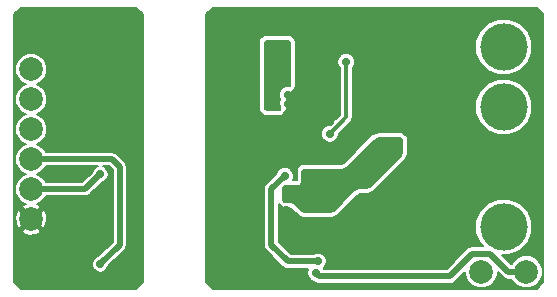
<source format=gbr>
G04 #@! TF.FileFunction,Copper,L2,Bot,Signal*
%FSLAX46Y46*%
G04 Gerber Fmt 4.6, Leading zero omitted, Abs format (unit mm)*
G04 Created by KiCad (PCBNEW 4.0.4-stable) date 10/09/16 21:09:13*
%MOMM*%
%LPD*%
G01*
G04 APERTURE LIST*
%ADD10C,0.100000*%
%ADD11C,0.700000*%
%ADD12C,2.000000*%
%ADD13C,4.000000*%
%ADD14C,0.500000*%
%ADD15C,0.300000*%
%ADD16C,0.200000*%
G04 APERTURE END LIST*
D10*
D11*
X149606000Y-108966000D03*
X149606000Y-109728000D03*
X150368000Y-108966000D03*
X150368000Y-109728000D03*
X151130000Y-108966000D03*
X151130000Y-109728000D03*
X143256000Y-98425000D03*
X142494000Y-98425000D03*
X141605000Y-113030000D03*
X141605000Y-113792000D03*
X144145000Y-114681000D03*
X144145000Y-113919000D03*
X144018000Y-112395000D03*
X143256000Y-112395000D03*
X144018000Y-111633000D03*
X143256000Y-111633000D03*
X140081000Y-106045000D03*
X140843000Y-106045000D03*
X141605000Y-100711000D03*
X141605000Y-101473000D03*
X141605000Y-102235000D03*
X141732000Y-116586000D03*
X141732000Y-115824000D03*
X144018000Y-115824000D03*
X145415000Y-116967000D03*
X144145000Y-117856000D03*
X139446000Y-110871000D03*
X139446000Y-110109000D03*
X140208000Y-110109000D03*
X140208000Y-110871000D03*
X145288000Y-103505000D03*
X145288000Y-104267000D03*
X151130000Y-113665000D03*
X150368000Y-113665000D03*
X149606000Y-113665000D03*
X151130000Y-114427000D03*
X150368000Y-114427000D03*
X149606000Y-114427000D03*
X147955000Y-106807000D03*
X148082000Y-118237000D03*
X148082000Y-117475000D03*
X148082000Y-116713000D03*
X148082000Y-115951000D03*
X148082000Y-115189000D03*
X148082000Y-113665000D03*
X148082000Y-114427000D03*
X148844000Y-114427000D03*
X148844000Y-113665000D03*
X147955000Y-102997000D03*
X147955000Y-102235000D03*
X148844000Y-102997000D03*
X149606000Y-102997000D03*
X150368000Y-102997000D03*
X151130000Y-102997000D03*
X151130000Y-102235000D03*
X150368000Y-102235000D03*
X149606000Y-102235000D03*
X148844000Y-102235000D03*
X147955000Y-106045000D03*
X147955000Y-103759000D03*
X147955000Y-104521000D03*
X147955000Y-105283000D03*
X145288000Y-107315000D03*
X145288000Y-106553000D03*
X145288000Y-105791000D03*
X145288000Y-105029000D03*
X141732000Y-107315000D03*
X141732000Y-106553000D03*
X141732000Y-105791000D03*
X141732000Y-105029000D03*
X141605000Y-114808000D03*
X141605000Y-117475000D03*
X144018000Y-116586000D03*
D12*
X120015000Y-107950000D03*
X120015000Y-115570000D03*
X120015000Y-110490000D03*
X120015000Y-113030000D03*
X120015000Y-102870000D03*
X120015000Y-105410000D03*
X161925000Y-120015000D03*
X158115000Y-120015000D03*
D13*
X160020000Y-106045000D03*
X160020000Y-116205000D03*
X160020000Y-100965000D03*
X160020000Y-111125000D03*
D11*
X122555000Y-104775000D03*
X122555000Y-102235000D03*
X121920000Y-109220000D03*
X121920000Y-111760000D03*
X121920000Y-119380000D03*
X140335000Y-98425000D03*
X140335000Y-108585000D03*
X125857000Y-111760000D03*
X125857000Y-119380000D03*
X144145000Y-120142000D03*
X141478000Y-111887000D03*
X144272000Y-119126000D03*
X146685000Y-102235000D03*
X145288000Y-108331000D03*
D14*
X120015000Y-113030000D02*
X124587000Y-113030000D01*
X124587000Y-113030000D02*
X125857000Y-111760000D01*
X120015000Y-110490000D02*
X126873000Y-110490000D01*
X127508000Y-117729000D02*
X125857000Y-119380000D01*
X127508000Y-111125000D02*
X127508000Y-117729000D01*
X126873000Y-110490000D02*
X127508000Y-111125000D01*
X160401000Y-120015000D02*
X161925000Y-120015000D01*
X158877000Y-118491000D02*
X160401000Y-120015000D01*
X157353000Y-118491000D02*
X158877000Y-118491000D01*
X157226000Y-118618000D02*
X157353000Y-118491000D01*
X155448000Y-120396000D02*
X157226000Y-118618000D01*
X144399000Y-120396000D02*
X155448000Y-120396000D01*
X144145000Y-120142000D02*
X144399000Y-120396000D01*
X140335000Y-113030000D02*
X141478000Y-111887000D01*
X140335000Y-117729000D02*
X140335000Y-113030000D01*
X141732000Y-119126000D02*
X140335000Y-117729000D01*
X142748000Y-119126000D02*
X141732000Y-119126000D01*
X144272000Y-119126000D02*
X142748000Y-119126000D01*
D15*
X146685000Y-106934000D02*
X146685000Y-102235000D01*
X145288000Y-108331000D02*
X146685000Y-106934000D01*
D16*
G36*
X129440000Y-98177422D02*
X129440000Y-120897578D01*
X128898578Y-121439000D01*
X119132422Y-121439000D01*
X118591000Y-120897578D01*
X118591000Y-116583790D01*
X119218999Y-116583790D01*
X119335613Y-116767097D01*
X119845437Y-116935963D01*
X120381076Y-116896875D01*
X120694387Y-116767097D01*
X120811001Y-116583790D01*
X120015000Y-115787789D01*
X119218999Y-116583790D01*
X118591000Y-116583790D01*
X118591000Y-115400437D01*
X118649037Y-115400437D01*
X118688125Y-115936076D01*
X118817903Y-116249387D01*
X119001210Y-116366001D01*
X119797211Y-115570000D01*
X120232789Y-115570000D01*
X121028790Y-116366001D01*
X121212097Y-116249387D01*
X121380963Y-115739563D01*
X121341875Y-115203924D01*
X121212097Y-114890613D01*
X121028790Y-114773999D01*
X120232789Y-115570000D01*
X119797211Y-115570000D01*
X119001210Y-114773999D01*
X118817903Y-114890613D01*
X118649037Y-115400437D01*
X118591000Y-115400437D01*
X118591000Y-103137353D01*
X118664766Y-103137353D01*
X118869858Y-103633715D01*
X119249288Y-104013807D01*
X119553330Y-104140056D01*
X119251285Y-104264858D01*
X118871193Y-104644288D01*
X118665235Y-105140290D01*
X118664766Y-105677353D01*
X118869858Y-106173715D01*
X119249288Y-106553807D01*
X119553330Y-106680056D01*
X119251285Y-106804858D01*
X118871193Y-107184288D01*
X118665235Y-107680290D01*
X118664766Y-108217353D01*
X118869858Y-108713715D01*
X119249288Y-109093807D01*
X119553330Y-109220056D01*
X119251285Y-109344858D01*
X118871193Y-109724288D01*
X118665235Y-110220290D01*
X118664766Y-110757353D01*
X118869858Y-111253715D01*
X119249288Y-111633807D01*
X119553330Y-111760056D01*
X119251285Y-111884858D01*
X118871193Y-112264288D01*
X118665235Y-112760290D01*
X118664766Y-113297353D01*
X118869858Y-113793715D01*
X119249288Y-114173807D01*
X119532431Y-114291378D01*
X119335613Y-114372903D01*
X119218999Y-114556210D01*
X120015000Y-115352211D01*
X120811001Y-114556210D01*
X120694387Y-114372903D01*
X120475534Y-114300414D01*
X120778715Y-114175142D01*
X121158807Y-113795712D01*
X121227617Y-113630000D01*
X124587000Y-113630000D01*
X124816610Y-113584328D01*
X125011264Y-113454264D01*
X126012293Y-112453235D01*
X126253000Y-112353777D01*
X126450085Y-112157036D01*
X126556878Y-111899850D01*
X126557121Y-111621372D01*
X126450777Y-111364000D01*
X126254036Y-111166915D01*
X126068804Y-111090000D01*
X126624472Y-111090000D01*
X126908000Y-111373528D01*
X126908000Y-117480472D01*
X125701707Y-118686765D01*
X125461000Y-118786223D01*
X125263915Y-118982964D01*
X125157122Y-119240150D01*
X125156879Y-119518628D01*
X125263223Y-119776000D01*
X125459964Y-119973085D01*
X125717150Y-120079878D01*
X125995628Y-120080121D01*
X126253000Y-119973777D01*
X126450085Y-119777036D01*
X126550629Y-119534899D01*
X127932264Y-118153264D01*
X128062328Y-117958610D01*
X128108000Y-117729000D01*
X128108000Y-111125000D01*
X128062328Y-110895390D01*
X127932264Y-110700736D01*
X127297264Y-110065736D01*
X127102610Y-109935672D01*
X126873000Y-109890000D01*
X121227787Y-109890000D01*
X121160142Y-109726285D01*
X120780712Y-109346193D01*
X120476670Y-109219944D01*
X120778715Y-109095142D01*
X121158807Y-108715712D01*
X121364765Y-108219710D01*
X121365234Y-107682647D01*
X121160142Y-107186285D01*
X120780712Y-106806193D01*
X120476670Y-106679944D01*
X120778715Y-106555142D01*
X121158807Y-106175712D01*
X121364765Y-105679710D01*
X121365234Y-105142647D01*
X121160142Y-104646285D01*
X120780712Y-104266193D01*
X120476670Y-104139944D01*
X120778715Y-104015142D01*
X121158807Y-103635712D01*
X121364765Y-103139710D01*
X121365234Y-102602647D01*
X121160142Y-102106285D01*
X120780712Y-101726193D01*
X120284710Y-101520235D01*
X119747647Y-101519766D01*
X119251285Y-101724858D01*
X118871193Y-102104288D01*
X118665235Y-102600290D01*
X118664766Y-103137353D01*
X118591000Y-103137353D01*
X118591000Y-98177422D01*
X119132422Y-97636000D01*
X128898578Y-97636000D01*
X129440000Y-98177422D01*
X129440000Y-98177422D01*
G37*
X129440000Y-98177422D02*
X129440000Y-120897578D01*
X128898578Y-121439000D01*
X119132422Y-121439000D01*
X118591000Y-120897578D01*
X118591000Y-116583790D01*
X119218999Y-116583790D01*
X119335613Y-116767097D01*
X119845437Y-116935963D01*
X120381076Y-116896875D01*
X120694387Y-116767097D01*
X120811001Y-116583790D01*
X120015000Y-115787789D01*
X119218999Y-116583790D01*
X118591000Y-116583790D01*
X118591000Y-115400437D01*
X118649037Y-115400437D01*
X118688125Y-115936076D01*
X118817903Y-116249387D01*
X119001210Y-116366001D01*
X119797211Y-115570000D01*
X120232789Y-115570000D01*
X121028790Y-116366001D01*
X121212097Y-116249387D01*
X121380963Y-115739563D01*
X121341875Y-115203924D01*
X121212097Y-114890613D01*
X121028790Y-114773999D01*
X120232789Y-115570000D01*
X119797211Y-115570000D01*
X119001210Y-114773999D01*
X118817903Y-114890613D01*
X118649037Y-115400437D01*
X118591000Y-115400437D01*
X118591000Y-103137353D01*
X118664766Y-103137353D01*
X118869858Y-103633715D01*
X119249288Y-104013807D01*
X119553330Y-104140056D01*
X119251285Y-104264858D01*
X118871193Y-104644288D01*
X118665235Y-105140290D01*
X118664766Y-105677353D01*
X118869858Y-106173715D01*
X119249288Y-106553807D01*
X119553330Y-106680056D01*
X119251285Y-106804858D01*
X118871193Y-107184288D01*
X118665235Y-107680290D01*
X118664766Y-108217353D01*
X118869858Y-108713715D01*
X119249288Y-109093807D01*
X119553330Y-109220056D01*
X119251285Y-109344858D01*
X118871193Y-109724288D01*
X118665235Y-110220290D01*
X118664766Y-110757353D01*
X118869858Y-111253715D01*
X119249288Y-111633807D01*
X119553330Y-111760056D01*
X119251285Y-111884858D01*
X118871193Y-112264288D01*
X118665235Y-112760290D01*
X118664766Y-113297353D01*
X118869858Y-113793715D01*
X119249288Y-114173807D01*
X119532431Y-114291378D01*
X119335613Y-114372903D01*
X119218999Y-114556210D01*
X120015000Y-115352211D01*
X120811001Y-114556210D01*
X120694387Y-114372903D01*
X120475534Y-114300414D01*
X120778715Y-114175142D01*
X121158807Y-113795712D01*
X121227617Y-113630000D01*
X124587000Y-113630000D01*
X124816610Y-113584328D01*
X125011264Y-113454264D01*
X126012293Y-112453235D01*
X126253000Y-112353777D01*
X126450085Y-112157036D01*
X126556878Y-111899850D01*
X126557121Y-111621372D01*
X126450777Y-111364000D01*
X126254036Y-111166915D01*
X126068804Y-111090000D01*
X126624472Y-111090000D01*
X126908000Y-111373528D01*
X126908000Y-117480472D01*
X125701707Y-118686765D01*
X125461000Y-118786223D01*
X125263915Y-118982964D01*
X125157122Y-119240150D01*
X125156879Y-119518628D01*
X125263223Y-119776000D01*
X125459964Y-119973085D01*
X125717150Y-120079878D01*
X125995628Y-120080121D01*
X126253000Y-119973777D01*
X126450085Y-119777036D01*
X126550629Y-119534899D01*
X127932264Y-118153264D01*
X128062328Y-117958610D01*
X128108000Y-117729000D01*
X128108000Y-111125000D01*
X128062328Y-110895390D01*
X127932264Y-110700736D01*
X127297264Y-110065736D01*
X127102610Y-109935672D01*
X126873000Y-109890000D01*
X121227787Y-109890000D01*
X121160142Y-109726285D01*
X120780712Y-109346193D01*
X120476670Y-109219944D01*
X120778715Y-109095142D01*
X121158807Y-108715712D01*
X121364765Y-108219710D01*
X121365234Y-107682647D01*
X121160142Y-107186285D01*
X120780712Y-106806193D01*
X120476670Y-106679944D01*
X120778715Y-106555142D01*
X121158807Y-106175712D01*
X121364765Y-105679710D01*
X121365234Y-105142647D01*
X121160142Y-104646285D01*
X120780712Y-104266193D01*
X120476670Y-104139944D01*
X120778715Y-104015142D01*
X121158807Y-103635712D01*
X121364765Y-103139710D01*
X121365234Y-102602647D01*
X121160142Y-102106285D01*
X120780712Y-101726193D01*
X120284710Y-101520235D01*
X119747647Y-101519766D01*
X119251285Y-101724858D01*
X118871193Y-102104288D01*
X118665235Y-102600290D01*
X118664766Y-103137353D01*
X118591000Y-103137353D01*
X118591000Y-98177422D01*
X119132422Y-97636000D01*
X128898578Y-97636000D01*
X129440000Y-98177422D01*
G36*
X125461000Y-111166223D02*
X125263915Y-111362964D01*
X125163371Y-111605101D01*
X124338472Y-112430000D01*
X121227787Y-112430000D01*
X121160142Y-112266285D01*
X120780712Y-111886193D01*
X120476670Y-111759944D01*
X120778715Y-111635142D01*
X121158807Y-111255712D01*
X121227617Y-111090000D01*
X125645474Y-111090000D01*
X125461000Y-111166223D01*
X125461000Y-111166223D01*
G37*
X125461000Y-111166223D02*
X125263915Y-111362964D01*
X125163371Y-111605101D01*
X124338472Y-112430000D01*
X121227787Y-112430000D01*
X121160142Y-112266285D01*
X120780712Y-111886193D01*
X120476670Y-111759944D01*
X120778715Y-111635142D01*
X121158807Y-111255712D01*
X121227617Y-111090000D01*
X125645474Y-111090000D01*
X125461000Y-111166223D01*
G36*
X163349000Y-98177422D02*
X163349000Y-120897578D01*
X162807578Y-121439000D01*
X135388422Y-121439000D01*
X134847000Y-120897578D01*
X134847000Y-113030000D01*
X139685000Y-113030000D01*
X139685000Y-117729000D01*
X139717120Y-117890478D01*
X139734478Y-117977745D01*
X139875381Y-118188619D01*
X141272380Y-119585619D01*
X141483255Y-119726522D01*
X141524524Y-119734731D01*
X141732000Y-119776000D01*
X143484889Y-119776000D01*
X143395131Y-119992161D01*
X143394870Y-120290530D01*
X143508811Y-120566286D01*
X143719605Y-120777448D01*
X143991121Y-120890191D01*
X144150255Y-120996522D01*
X144191524Y-121004731D01*
X144399000Y-121046000D01*
X155448000Y-121046000D01*
X155655476Y-121004731D01*
X155696745Y-120996522D01*
X155907619Y-120855619D01*
X156714970Y-120048269D01*
X156714757Y-120292256D01*
X156927445Y-120807000D01*
X157320928Y-121201170D01*
X157835301Y-121414757D01*
X158392256Y-121415243D01*
X158907000Y-121202555D01*
X159301170Y-120809072D01*
X159514757Y-120294699D01*
X159514972Y-120048211D01*
X159941380Y-120474619D01*
X160078570Y-120566286D01*
X160152256Y-120615522D01*
X160401000Y-120665000D01*
X160678772Y-120665000D01*
X160737445Y-120807000D01*
X161130928Y-121201170D01*
X161645301Y-121414757D01*
X162202256Y-121415243D01*
X162717000Y-121202555D01*
X163111170Y-120809072D01*
X163324757Y-120294699D01*
X163325243Y-119737744D01*
X163112555Y-119223000D01*
X162719072Y-118828830D01*
X162204699Y-118615243D01*
X161647744Y-118614757D01*
X161133000Y-118827445D01*
X160738830Y-119220928D01*
X160679006Y-119365000D01*
X160670239Y-119365000D01*
X159910144Y-118604905D01*
X160495295Y-118605416D01*
X161377715Y-118240808D01*
X162053435Y-117566266D01*
X162419583Y-116684484D01*
X162420416Y-115729705D01*
X162055808Y-114847285D01*
X161381266Y-114171565D01*
X160499484Y-113805417D01*
X159544705Y-113804584D01*
X158662285Y-114169192D01*
X157986565Y-114843734D01*
X157620417Y-115725516D01*
X157619584Y-116680295D01*
X157984192Y-117562715D01*
X158261992Y-117841000D01*
X157353000Y-117841000D01*
X157145524Y-117882269D01*
X157104255Y-117890478D01*
X156893381Y-118031381D01*
X156766384Y-118158378D01*
X156766381Y-118158380D01*
X155178762Y-119746000D01*
X144792877Y-119746000D01*
X144781189Y-119717714D01*
X144761049Y-119697539D01*
X144907448Y-119551395D01*
X145021869Y-119275839D01*
X145022130Y-118977470D01*
X144908189Y-118701714D01*
X144697395Y-118490552D01*
X144421839Y-118376131D01*
X144123470Y-118375870D01*
X143881139Y-118476000D01*
X142001239Y-118476000D01*
X140985000Y-117459762D01*
X140985000Y-114299686D01*
X141141157Y-114455843D01*
X141268378Y-114541486D01*
X141424000Y-114573000D01*
X141833435Y-114573000D01*
X142027838Y-114653524D01*
X142577736Y-115203422D01*
X142707506Y-115290131D01*
X143048927Y-115431552D01*
X143202000Y-115462000D01*
X145342000Y-115462000D01*
X145495073Y-115431552D01*
X145836494Y-115290131D01*
X145966264Y-115203422D01*
X147659162Y-113510524D01*
X147853565Y-113430000D01*
X148390000Y-113430000D01*
X148543073Y-113399552D01*
X148884494Y-113258131D01*
X149014264Y-113171422D01*
X151652422Y-110533264D01*
X151739131Y-110403494D01*
X151880552Y-110062073D01*
X151911000Y-109909000D01*
X151911000Y-108785000D01*
X151881600Y-108634483D01*
X151793843Y-108502157D01*
X151593843Y-108302157D01*
X151466622Y-108216514D01*
X151311000Y-108185000D01*
X149425000Y-108185000D01*
X149271927Y-108215448D01*
X148930506Y-108356869D01*
X148800736Y-108443578D01*
X146472838Y-110771476D01*
X146278435Y-110852000D01*
X143075000Y-110852000D01*
X142924483Y-110881400D01*
X142792157Y-110969157D01*
X142592157Y-111169157D01*
X142506514Y-111296378D01*
X142475000Y-111452000D01*
X142475000Y-112249000D01*
X142139772Y-112249000D01*
X142227869Y-112036839D01*
X142228130Y-111738470D01*
X142114189Y-111462714D01*
X141903395Y-111251552D01*
X141627839Y-111137131D01*
X141329470Y-111136870D01*
X141053714Y-111250811D01*
X140842552Y-111461605D01*
X140741999Y-111703763D01*
X139875381Y-112570381D01*
X139734478Y-112781255D01*
X139734478Y-112781256D01*
X139685000Y-113030000D01*
X134847000Y-113030000D01*
X134847000Y-108479530D01*
X144537870Y-108479530D01*
X144651811Y-108755286D01*
X144862605Y-108966448D01*
X145138161Y-109080869D01*
X145436530Y-109081130D01*
X145712286Y-108967189D01*
X145923448Y-108756395D01*
X146037869Y-108480839D01*
X146037976Y-108358842D01*
X147073906Y-107322911D01*
X147073909Y-107322909D01*
X147193134Y-107144476D01*
X147235000Y-106934000D01*
X147235000Y-106520295D01*
X157619584Y-106520295D01*
X157984192Y-107402715D01*
X158658734Y-108078435D01*
X159540516Y-108444583D01*
X160495295Y-108445416D01*
X161377715Y-108080808D01*
X162053435Y-107406266D01*
X162419583Y-106524484D01*
X162420416Y-105569705D01*
X162055808Y-104687285D01*
X161381266Y-104011565D01*
X160499484Y-103645417D01*
X159544705Y-103644584D01*
X158662285Y-104009192D01*
X157986565Y-104683734D01*
X157620417Y-105565516D01*
X157619584Y-106520295D01*
X147235000Y-106520295D01*
X147235000Y-102745694D01*
X147320448Y-102660395D01*
X147434869Y-102384839D01*
X147435130Y-102086470D01*
X147321189Y-101810714D01*
X147110395Y-101599552D01*
X146834839Y-101485131D01*
X146536470Y-101484870D01*
X146260714Y-101598811D01*
X146049552Y-101809605D01*
X145935131Y-102085161D01*
X145934870Y-102383530D01*
X146048811Y-102659286D01*
X146135000Y-102745625D01*
X146135000Y-106706183D01*
X145260207Y-107580976D01*
X145139470Y-107580870D01*
X144863714Y-107694811D01*
X144652552Y-107905605D01*
X144538131Y-108181161D01*
X144537870Y-108479530D01*
X134847000Y-108479530D01*
X134847000Y-100530000D01*
X139300000Y-100530000D01*
X139300000Y-106226000D01*
X139329400Y-106376517D01*
X139417157Y-106508843D01*
X139617157Y-106708843D01*
X139744378Y-106794486D01*
X139900000Y-106826000D01*
X141024000Y-106826000D01*
X141174517Y-106796600D01*
X141306843Y-106708843D01*
X141506843Y-106508843D01*
X141592486Y-106381622D01*
X141624000Y-106226000D01*
X141624000Y-104921000D01*
X141786000Y-104921000D01*
X141936517Y-104891600D01*
X142068843Y-104803843D01*
X142268843Y-104603843D01*
X142354486Y-104476622D01*
X142386000Y-104321000D01*
X142386000Y-101440295D01*
X157619584Y-101440295D01*
X157984192Y-102322715D01*
X158658734Y-102998435D01*
X159540516Y-103364583D01*
X160495295Y-103365416D01*
X161377715Y-103000808D01*
X162053435Y-102326266D01*
X162419583Y-101444484D01*
X162420416Y-100489705D01*
X162055808Y-99607285D01*
X161381266Y-98931565D01*
X160499484Y-98565417D01*
X159544705Y-98564584D01*
X158662285Y-98929192D01*
X157986565Y-99603734D01*
X157620417Y-100485516D01*
X157619584Y-101440295D01*
X142386000Y-101440295D01*
X142386000Y-100530000D01*
X142356600Y-100379483D01*
X142268843Y-100247157D01*
X142068843Y-100047157D01*
X141941622Y-99961514D01*
X141786000Y-99930000D01*
X139900000Y-99930000D01*
X139749483Y-99959400D01*
X139617157Y-100047157D01*
X139417157Y-100247157D01*
X139331514Y-100374378D01*
X139300000Y-100530000D01*
X134847000Y-100530000D01*
X134847000Y-98177422D01*
X135388422Y-97636000D01*
X162807578Y-97636000D01*
X163349000Y-98177422D01*
X163349000Y-98177422D01*
G37*
X163349000Y-98177422D02*
X163349000Y-120897578D01*
X162807578Y-121439000D01*
X135388422Y-121439000D01*
X134847000Y-120897578D01*
X134847000Y-113030000D01*
X139685000Y-113030000D01*
X139685000Y-117729000D01*
X139717120Y-117890478D01*
X139734478Y-117977745D01*
X139875381Y-118188619D01*
X141272380Y-119585619D01*
X141483255Y-119726522D01*
X141524524Y-119734731D01*
X141732000Y-119776000D01*
X143484889Y-119776000D01*
X143395131Y-119992161D01*
X143394870Y-120290530D01*
X143508811Y-120566286D01*
X143719605Y-120777448D01*
X143991121Y-120890191D01*
X144150255Y-120996522D01*
X144191524Y-121004731D01*
X144399000Y-121046000D01*
X155448000Y-121046000D01*
X155655476Y-121004731D01*
X155696745Y-120996522D01*
X155907619Y-120855619D01*
X156714970Y-120048269D01*
X156714757Y-120292256D01*
X156927445Y-120807000D01*
X157320928Y-121201170D01*
X157835301Y-121414757D01*
X158392256Y-121415243D01*
X158907000Y-121202555D01*
X159301170Y-120809072D01*
X159514757Y-120294699D01*
X159514972Y-120048211D01*
X159941380Y-120474619D01*
X160078570Y-120566286D01*
X160152256Y-120615522D01*
X160401000Y-120665000D01*
X160678772Y-120665000D01*
X160737445Y-120807000D01*
X161130928Y-121201170D01*
X161645301Y-121414757D01*
X162202256Y-121415243D01*
X162717000Y-121202555D01*
X163111170Y-120809072D01*
X163324757Y-120294699D01*
X163325243Y-119737744D01*
X163112555Y-119223000D01*
X162719072Y-118828830D01*
X162204699Y-118615243D01*
X161647744Y-118614757D01*
X161133000Y-118827445D01*
X160738830Y-119220928D01*
X160679006Y-119365000D01*
X160670239Y-119365000D01*
X159910144Y-118604905D01*
X160495295Y-118605416D01*
X161377715Y-118240808D01*
X162053435Y-117566266D01*
X162419583Y-116684484D01*
X162420416Y-115729705D01*
X162055808Y-114847285D01*
X161381266Y-114171565D01*
X160499484Y-113805417D01*
X159544705Y-113804584D01*
X158662285Y-114169192D01*
X157986565Y-114843734D01*
X157620417Y-115725516D01*
X157619584Y-116680295D01*
X157984192Y-117562715D01*
X158261992Y-117841000D01*
X157353000Y-117841000D01*
X157145524Y-117882269D01*
X157104255Y-117890478D01*
X156893381Y-118031381D01*
X156766384Y-118158378D01*
X156766381Y-118158380D01*
X155178762Y-119746000D01*
X144792877Y-119746000D01*
X144781189Y-119717714D01*
X144761049Y-119697539D01*
X144907448Y-119551395D01*
X145021869Y-119275839D01*
X145022130Y-118977470D01*
X144908189Y-118701714D01*
X144697395Y-118490552D01*
X144421839Y-118376131D01*
X144123470Y-118375870D01*
X143881139Y-118476000D01*
X142001239Y-118476000D01*
X140985000Y-117459762D01*
X140985000Y-114299686D01*
X141141157Y-114455843D01*
X141268378Y-114541486D01*
X141424000Y-114573000D01*
X141833435Y-114573000D01*
X142027838Y-114653524D01*
X142577736Y-115203422D01*
X142707506Y-115290131D01*
X143048927Y-115431552D01*
X143202000Y-115462000D01*
X145342000Y-115462000D01*
X145495073Y-115431552D01*
X145836494Y-115290131D01*
X145966264Y-115203422D01*
X147659162Y-113510524D01*
X147853565Y-113430000D01*
X148390000Y-113430000D01*
X148543073Y-113399552D01*
X148884494Y-113258131D01*
X149014264Y-113171422D01*
X151652422Y-110533264D01*
X151739131Y-110403494D01*
X151880552Y-110062073D01*
X151911000Y-109909000D01*
X151911000Y-108785000D01*
X151881600Y-108634483D01*
X151793843Y-108502157D01*
X151593843Y-108302157D01*
X151466622Y-108216514D01*
X151311000Y-108185000D01*
X149425000Y-108185000D01*
X149271927Y-108215448D01*
X148930506Y-108356869D01*
X148800736Y-108443578D01*
X146472838Y-110771476D01*
X146278435Y-110852000D01*
X143075000Y-110852000D01*
X142924483Y-110881400D01*
X142792157Y-110969157D01*
X142592157Y-111169157D01*
X142506514Y-111296378D01*
X142475000Y-111452000D01*
X142475000Y-112249000D01*
X142139772Y-112249000D01*
X142227869Y-112036839D01*
X142228130Y-111738470D01*
X142114189Y-111462714D01*
X141903395Y-111251552D01*
X141627839Y-111137131D01*
X141329470Y-111136870D01*
X141053714Y-111250811D01*
X140842552Y-111461605D01*
X140741999Y-111703763D01*
X139875381Y-112570381D01*
X139734478Y-112781255D01*
X139734478Y-112781256D01*
X139685000Y-113030000D01*
X134847000Y-113030000D01*
X134847000Y-108479530D01*
X144537870Y-108479530D01*
X144651811Y-108755286D01*
X144862605Y-108966448D01*
X145138161Y-109080869D01*
X145436530Y-109081130D01*
X145712286Y-108967189D01*
X145923448Y-108756395D01*
X146037869Y-108480839D01*
X146037976Y-108358842D01*
X147073906Y-107322911D01*
X147073909Y-107322909D01*
X147193134Y-107144476D01*
X147235000Y-106934000D01*
X147235000Y-106520295D01*
X157619584Y-106520295D01*
X157984192Y-107402715D01*
X158658734Y-108078435D01*
X159540516Y-108444583D01*
X160495295Y-108445416D01*
X161377715Y-108080808D01*
X162053435Y-107406266D01*
X162419583Y-106524484D01*
X162420416Y-105569705D01*
X162055808Y-104687285D01*
X161381266Y-104011565D01*
X160499484Y-103645417D01*
X159544705Y-103644584D01*
X158662285Y-104009192D01*
X157986565Y-104683734D01*
X157620417Y-105565516D01*
X157619584Y-106520295D01*
X147235000Y-106520295D01*
X147235000Y-102745694D01*
X147320448Y-102660395D01*
X147434869Y-102384839D01*
X147435130Y-102086470D01*
X147321189Y-101810714D01*
X147110395Y-101599552D01*
X146834839Y-101485131D01*
X146536470Y-101484870D01*
X146260714Y-101598811D01*
X146049552Y-101809605D01*
X145935131Y-102085161D01*
X145934870Y-102383530D01*
X146048811Y-102659286D01*
X146135000Y-102745625D01*
X146135000Y-106706183D01*
X145260207Y-107580976D01*
X145139470Y-107580870D01*
X144863714Y-107694811D01*
X144652552Y-107905605D01*
X144538131Y-108181161D01*
X144537870Y-108479530D01*
X134847000Y-108479530D01*
X134847000Y-100530000D01*
X139300000Y-100530000D01*
X139300000Y-106226000D01*
X139329400Y-106376517D01*
X139417157Y-106508843D01*
X139617157Y-106708843D01*
X139744378Y-106794486D01*
X139900000Y-106826000D01*
X141024000Y-106826000D01*
X141174517Y-106796600D01*
X141306843Y-106708843D01*
X141506843Y-106508843D01*
X141592486Y-106381622D01*
X141624000Y-106226000D01*
X141624000Y-104921000D01*
X141786000Y-104921000D01*
X141936517Y-104891600D01*
X142068843Y-104803843D01*
X142268843Y-104603843D01*
X142354486Y-104476622D01*
X142386000Y-104321000D01*
X142386000Y-101440295D01*
X157619584Y-101440295D01*
X157984192Y-102322715D01*
X158658734Y-102998435D01*
X159540516Y-103364583D01*
X160495295Y-103365416D01*
X161377715Y-103000808D01*
X162053435Y-102326266D01*
X162419583Y-101444484D01*
X162420416Y-100489705D01*
X162055808Y-99607285D01*
X161381266Y-98931565D01*
X160499484Y-98565417D01*
X159544705Y-98564584D01*
X158662285Y-98929192D01*
X157986565Y-99603734D01*
X157620417Y-100485516D01*
X157619584Y-101440295D01*
X142386000Y-101440295D01*
X142386000Y-100530000D01*
X142356600Y-100379483D01*
X142268843Y-100247157D01*
X142068843Y-100047157D01*
X141941622Y-99961514D01*
X141786000Y-99930000D01*
X139900000Y-99930000D01*
X139749483Y-99959400D01*
X139617157Y-100047157D01*
X139417157Y-100247157D01*
X139331514Y-100374378D01*
X139300000Y-100530000D01*
X134847000Y-100530000D01*
X134847000Y-98177422D01*
X135388422Y-97636000D01*
X162807578Y-97636000D01*
X163349000Y-98177422D01*
G36*
X141886000Y-100571422D02*
X141886000Y-104279578D01*
X141885095Y-104280483D01*
X141881839Y-104279131D01*
X141583470Y-104278870D01*
X141307714Y-104392811D01*
X141096552Y-104603605D01*
X140982131Y-104879161D01*
X140981870Y-105177530D01*
X141078021Y-105410232D01*
X140982131Y-105641161D01*
X140981870Y-105939530D01*
X141078021Y-106172232D01*
X141036605Y-106271973D01*
X140982578Y-106326000D01*
X139941422Y-106326000D01*
X139800000Y-106184578D01*
X139800000Y-100571422D01*
X139941422Y-100430000D01*
X141744578Y-100430000D01*
X141886000Y-100571422D01*
X141886000Y-100571422D01*
G37*
X141886000Y-100571422D02*
X141886000Y-104279578D01*
X141885095Y-104280483D01*
X141881839Y-104279131D01*
X141583470Y-104278870D01*
X141307714Y-104392811D01*
X141096552Y-104603605D01*
X140982131Y-104879161D01*
X140981870Y-105177530D01*
X141078021Y-105410232D01*
X140982131Y-105641161D01*
X140981870Y-105939530D01*
X141078021Y-106172232D01*
X141036605Y-106271973D01*
X140982578Y-106326000D01*
X139941422Y-106326000D01*
X139800000Y-106184578D01*
X139800000Y-100571422D01*
X139941422Y-100430000D01*
X141744578Y-100430000D01*
X141886000Y-100571422D01*
G36*
X151411000Y-108826422D02*
X151411000Y-109889109D01*
X151284804Y-110193774D01*
X148674774Y-112803804D01*
X148370109Y-112930000D01*
X148267648Y-112930000D01*
X148231839Y-112915131D01*
X147933470Y-112914870D01*
X147896853Y-112930000D01*
X147774000Y-112930000D01*
X147735732Y-112937612D01*
X147394311Y-113079033D01*
X147361868Y-113100710D01*
X145626774Y-114835804D01*
X145322109Y-114962000D01*
X143221891Y-114962000D01*
X142917226Y-114835804D01*
X142325132Y-114243710D01*
X142292689Y-114222033D01*
X141951268Y-114080612D01*
X141913000Y-114073000D01*
X141790647Y-114073000D01*
X141754839Y-114058131D01*
X141456470Y-114057870D01*
X141452098Y-114059676D01*
X141324000Y-113931578D01*
X141324000Y-112960238D01*
X141535238Y-112749000D01*
X142675000Y-112749000D01*
X142713906Y-112741121D01*
X142745711Y-112719711D01*
X142945711Y-112519711D01*
X142967650Y-112486629D01*
X142975000Y-112449000D01*
X142975000Y-111493422D01*
X143116422Y-111352000D01*
X146358000Y-111352000D01*
X146396268Y-111344388D01*
X146737689Y-111202967D01*
X146770132Y-111181290D01*
X149140226Y-108811196D01*
X149444891Y-108685000D01*
X151269578Y-108685000D01*
X151411000Y-108826422D01*
X151411000Y-108826422D01*
G37*
X151411000Y-108826422D02*
X151411000Y-109889109D01*
X151284804Y-110193774D01*
X148674774Y-112803804D01*
X148370109Y-112930000D01*
X148267648Y-112930000D01*
X148231839Y-112915131D01*
X147933470Y-112914870D01*
X147896853Y-112930000D01*
X147774000Y-112930000D01*
X147735732Y-112937612D01*
X147394311Y-113079033D01*
X147361868Y-113100710D01*
X145626774Y-114835804D01*
X145322109Y-114962000D01*
X143221891Y-114962000D01*
X142917226Y-114835804D01*
X142325132Y-114243710D01*
X142292689Y-114222033D01*
X141951268Y-114080612D01*
X141913000Y-114073000D01*
X141790647Y-114073000D01*
X141754839Y-114058131D01*
X141456470Y-114057870D01*
X141452098Y-114059676D01*
X141324000Y-113931578D01*
X141324000Y-112960238D01*
X141535238Y-112749000D01*
X142675000Y-112749000D01*
X142713906Y-112741121D01*
X142745711Y-112719711D01*
X142945711Y-112519711D01*
X142967650Y-112486629D01*
X142975000Y-112449000D01*
X142975000Y-111493422D01*
X143116422Y-111352000D01*
X146358000Y-111352000D01*
X146396268Y-111344388D01*
X146737689Y-111202967D01*
X146770132Y-111181290D01*
X149140226Y-108811196D01*
X149444891Y-108685000D01*
X151269578Y-108685000D01*
X151411000Y-108826422D01*
M02*

</source>
